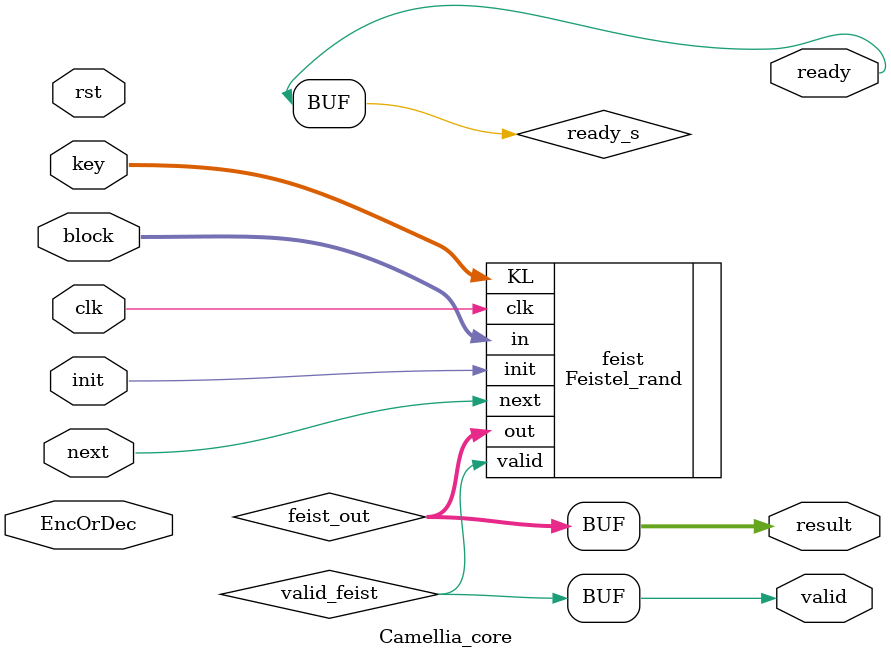
<source format=sv>
`timescale 1ns / 1ps

module Camellia_core(block, result, key, clk, EncOrDec, rst, init, next, ready, valid);
    input [127:0] block;
    input [127:0] key;
    output [127:0] result;
    input EncOrDec;
    input clk;
    input rst;
    input init;
    input next;
    output ready;
    output valid;
    
    logic ready_s;
    logic valid_feist;
//    logic start_feist;
//    logic KA_gen;
//    logic [0:127] KA_feist=0;
    logic [0:127] feist_out;
//    logic [1:0] NS;
//    logic [1:0] PS=0;
    localparam idle=0, KA_generation=1, key_scheduling=2, data_random=3;
    
    assign ready=ready_s;
    assign valid=valid_feist;
    assign result=feist_out;
    
//    always@(posedge clk)
//    begin
//        if (rst) PS<=idle;
//        else PS<=NS;                    
//    end
    
//    always@(posedge clk)
//    begin
//    	if (valid_feist==1 & PS==KA_generation)
//    		KA_feist<=feist_out;
//    	else
//    		KA_feist<=KA_feist;
//    end
    
//    always@(posedge clk)
//    begin
//    	if (init)
//    		KL_feist<=key;
//    	else
//    		KL_feist<=KL_feist;
//    end
    
//    always@(PS, init, next, valid_feist, key, block)
//    begin
//    	NS=PS;
//    	valid_s=0;
//    	ready_s=1;
//    	start_feist=0;
//    	feist_in=0;
//    	KA_gen=0;
//    	case (PS)
//    		idle: begin
//    			if (init)
//    				NS=KA_generation;
//    			else if (next)
//    				NS=data_random;
//    			end
//    		KA_generation: begin
//    			ready_s=0;
//    			start_feist=1;
//    			KA_gen=1;
//    			feist_in=key;
//    			if (valid_feist)
//    			begin
//    				KA_gen=0;
//    				start_feist=0;
//    				NS=idle;
//    			end
//    			end
//    		data_random: begin
//    			ready_s=0;
//    			start_feist=1;
//    			feist_in=block;
//    			if (valid_feist)
//				begin
//					start_feist=0;
//					NS=idle;
//				end
//    			end
//    	endcase   			    				
    				    			 
//    end
    
	Feistel_rand feist(.init(init), .in(block), .out(feist_out), .next(next), .KL(key), .clk(clk), .valid(valid_feist));
    
endmodule

</source>
